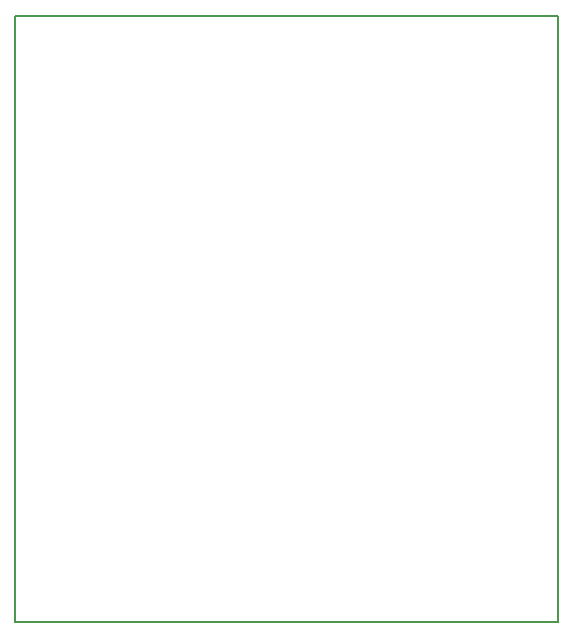
<source format=gbr>
%TF.GenerationSoftware,KiCad,Pcbnew,7.0.7*%
%TF.CreationDate,2024-02-20T21:30:14-08:00*%
%TF.ProjectId,GD_test,47445f74-6573-4742-9e6b-696361645f70,rev?*%
%TF.SameCoordinates,Original*%
%TF.FileFunction,Profile,NP*%
%FSLAX46Y46*%
G04 Gerber Fmt 4.6, Leading zero omitted, Abs format (unit mm)*
G04 Created by KiCad (PCBNEW 7.0.7) date 2024-02-20 21:30:14*
%MOMM*%
%LPD*%
G01*
G04 APERTURE LIST*
%TA.AperFunction,Profile*%
%ADD10C,0.200000*%
%TD*%
G04 APERTURE END LIST*
D10*
X103000000Y-65500000D02*
X149000000Y-65500000D01*
X149000000Y-116800000D01*
X103000000Y-116800000D01*
X103000000Y-65500000D01*
M02*

</source>
